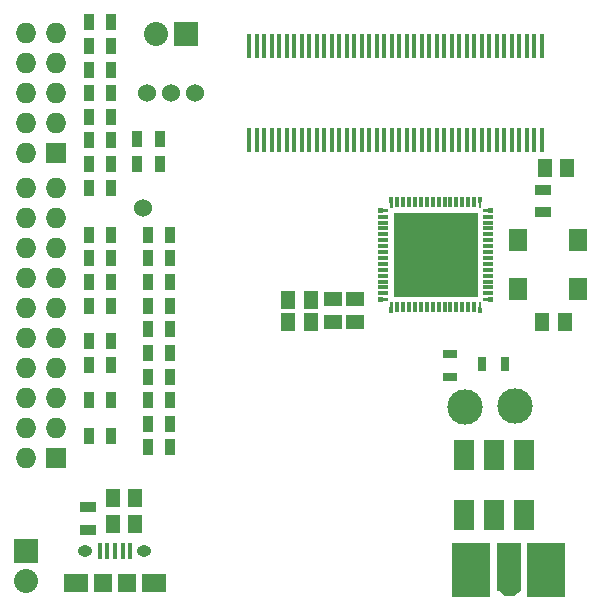
<source format=gts>
%FSLAX34Y34*%
G04 Gerber Fmt 3.4, Leading zero omitted, Abs format*
G04 (created by PCBNEW (2014-06-12 BZR 4942)-product) date Wed 18 Jun 2014 12:24:07 AM PDT*
%MOIN*%
G01*
G70*
G90*
G04 APERTURE LIST*
%ADD10C,0.003937*%
%ADD11R,0.065000X0.100000*%
%ADD12R,0.012000X0.036000*%
%ADD13R,0.036000X0.012000*%
%ADD14R,0.285000X0.285000*%
%ADD15R,0.047200X0.031500*%
%ADD16R,0.059000X0.051200*%
%ADD17R,0.051200X0.059000*%
%ADD18R,0.015748X0.078740*%
%ADD19R,0.015748X0.053150*%
%ADD20O,0.049213X0.037402*%
%ADD21R,0.059055X0.061024*%
%ADD22R,0.035000X0.055000*%
%ADD23R,0.055000X0.035000*%
%ADD24R,0.068000X0.068000*%
%ADD25O,0.068000X0.068000*%
%ADD26R,0.130000X0.180000*%
%ADD27R,0.078700X0.160300*%
%ADD28R,0.080000X0.080000*%
%ADD29O,0.080000X0.080000*%
%ADD30C,0.060000*%
%ADD31R,0.031500X0.047200*%
%ADD32R,0.061024X0.076772*%
%ADD33C,0.118100*%
G04 APERTURE END LIST*
G54D10*
G54D11*
X64488Y-30602D03*
X65488Y-30602D03*
X66488Y-30602D03*
X66488Y-28602D03*
X65488Y-28602D03*
X64488Y-28602D03*
G54D10*
G36*
X65099Y-19999D02*
X65067Y-20359D01*
X64979Y-20359D01*
X64947Y-19999D01*
X65099Y-19999D01*
X65099Y-19999D01*
G37*
G54D12*
X64823Y-20179D03*
X64623Y-20179D03*
X64433Y-20179D03*
X64233Y-20179D03*
X64033Y-20179D03*
X63843Y-20179D03*
X63643Y-20179D03*
X63443Y-20179D03*
X63243Y-20179D03*
X63053Y-20179D03*
X62853Y-20179D03*
X62653Y-20179D03*
X62463Y-20179D03*
X62263Y-20179D03*
G54D10*
G36*
X62139Y-19999D02*
X62107Y-20359D01*
X62019Y-20359D01*
X61987Y-19999D01*
X62139Y-19999D01*
X62139Y-19999D01*
G37*
G36*
X61613Y-20373D02*
X61973Y-20404D01*
X61973Y-20493D01*
X61613Y-20524D01*
X61613Y-20373D01*
X61613Y-20373D01*
G37*
G54D13*
X61793Y-20649D03*
X61793Y-20849D03*
X61793Y-21039D03*
X61793Y-21239D03*
X61793Y-21439D03*
X61793Y-21629D03*
X61793Y-21829D03*
X61793Y-22029D03*
X61793Y-22229D03*
X61793Y-22419D03*
X61793Y-22619D03*
X61793Y-22819D03*
X61793Y-23009D03*
X61793Y-23209D03*
G54D10*
G36*
X61613Y-23333D02*
X61973Y-23364D01*
X61973Y-23453D01*
X61613Y-23484D01*
X61613Y-23333D01*
X61613Y-23333D01*
G37*
G36*
X61987Y-23859D02*
X62019Y-23499D01*
X62107Y-23499D01*
X62139Y-23859D01*
X61987Y-23859D01*
X61987Y-23859D01*
G37*
G54D12*
X62263Y-23679D03*
X62463Y-23679D03*
X62653Y-23679D03*
X62853Y-23679D03*
X63053Y-23679D03*
X63243Y-23679D03*
X63443Y-23679D03*
X63643Y-23679D03*
X63843Y-23679D03*
X64033Y-23679D03*
X64233Y-23679D03*
X64433Y-23679D03*
X64623Y-23679D03*
X64823Y-23679D03*
G54D10*
G36*
X64947Y-23859D02*
X64979Y-23499D01*
X65067Y-23499D01*
X65099Y-23859D01*
X64947Y-23859D01*
X64947Y-23859D01*
G37*
G36*
X65473Y-23482D02*
X65113Y-23455D01*
X65113Y-23362D01*
X65473Y-23335D01*
X65473Y-23482D01*
X65473Y-23482D01*
G37*
G54D13*
X65293Y-23209D03*
X65293Y-23009D03*
X65293Y-22819D03*
X65293Y-22619D03*
X65293Y-22419D03*
X65293Y-22229D03*
X65293Y-22029D03*
X65293Y-21829D03*
X65293Y-21629D03*
X65293Y-21439D03*
X65293Y-21239D03*
X65293Y-21039D03*
X65293Y-20849D03*
X65293Y-20649D03*
G54D10*
G36*
X65473Y-20524D02*
X65113Y-20493D01*
X65113Y-20404D01*
X65473Y-20373D01*
X65473Y-20524D01*
X65473Y-20524D01*
G37*
G54D14*
X63543Y-21929D03*
G54D15*
X64035Y-26004D03*
X64035Y-25216D03*
G54D16*
X60866Y-24154D03*
X60866Y-23404D03*
X60118Y-24154D03*
X60118Y-23404D03*
G54D17*
X52774Y-30019D03*
X53524Y-30019D03*
X59390Y-24173D03*
X58640Y-24173D03*
X59390Y-23425D03*
X58640Y-23425D03*
X52774Y-30905D03*
X53524Y-30905D03*
G54D18*
X67079Y-14960D03*
X67079Y-18110D03*
X66829Y-14960D03*
X66829Y-18110D03*
X66579Y-14960D03*
X66579Y-18110D03*
X66329Y-14960D03*
X66329Y-18110D03*
X66079Y-14960D03*
X66079Y-18110D03*
X65829Y-14960D03*
X65829Y-18110D03*
X65579Y-14960D03*
X65579Y-18110D03*
X65329Y-14960D03*
X65329Y-18110D03*
X65079Y-14960D03*
X65079Y-18110D03*
X64829Y-14960D03*
X64829Y-18110D03*
X64579Y-14960D03*
X64579Y-18110D03*
X64329Y-14960D03*
X64329Y-18110D03*
X64079Y-14960D03*
X64079Y-18110D03*
X63829Y-14960D03*
X63829Y-18110D03*
X63579Y-14960D03*
X63579Y-18110D03*
X63329Y-14960D03*
X63329Y-18110D03*
X63079Y-14960D03*
X63079Y-18110D03*
X62829Y-14960D03*
X62829Y-18110D03*
X62579Y-14960D03*
X62579Y-18110D03*
X62329Y-14960D03*
X62329Y-18110D03*
X62079Y-14960D03*
X62079Y-18110D03*
X61829Y-14960D03*
X61829Y-18110D03*
X61579Y-14960D03*
X61579Y-18110D03*
X61329Y-14960D03*
X61329Y-18110D03*
X61079Y-14960D03*
X61079Y-18110D03*
X60829Y-14960D03*
X60829Y-18110D03*
X60579Y-14960D03*
X60579Y-18110D03*
X60329Y-14960D03*
X60329Y-18110D03*
X60079Y-14960D03*
X60079Y-18110D03*
X59829Y-14960D03*
X59829Y-18110D03*
X59579Y-14960D03*
X59579Y-18110D03*
X59329Y-14960D03*
X59329Y-18110D03*
X59079Y-14960D03*
X59079Y-18110D03*
X58829Y-14960D03*
X58829Y-18110D03*
X58579Y-14960D03*
X58579Y-18110D03*
X58329Y-14960D03*
X58329Y-18110D03*
X58079Y-14960D03*
X58079Y-18110D03*
X57829Y-14960D03*
X57829Y-18110D03*
X57579Y-14960D03*
X57579Y-18110D03*
X57329Y-14960D03*
X57329Y-18110D03*
G54D19*
X52854Y-31791D03*
X52598Y-31791D03*
X52342Y-31791D03*
X53110Y-31791D03*
X53366Y-31791D03*
G54D20*
X51870Y-31791D03*
X53838Y-31791D03*
G54D10*
G36*
X51948Y-32549D02*
X51948Y-33159D01*
X51161Y-33159D01*
X51161Y-32549D01*
X51948Y-32549D01*
X51948Y-32549D01*
G37*
G54D21*
X52460Y-32854D03*
X53248Y-32854D03*
G54D10*
G36*
X54547Y-32549D02*
X54547Y-33159D01*
X53759Y-33159D01*
X53759Y-32549D01*
X54547Y-32549D01*
X54547Y-32549D01*
G37*
G54D22*
X52737Y-18110D03*
X51987Y-18110D03*
X52737Y-18897D03*
X51987Y-18897D03*
X52737Y-15748D03*
X51987Y-15748D03*
X52737Y-17322D03*
X51987Y-17322D03*
X54351Y-18070D03*
X53601Y-18070D03*
X54351Y-18897D03*
X53601Y-18897D03*
X51987Y-14960D03*
X52737Y-14960D03*
X52737Y-16535D03*
X51987Y-16535D03*
X52737Y-14173D03*
X51987Y-14173D03*
G54D23*
X51968Y-30333D03*
X51968Y-31083D03*
G54D24*
X50893Y-18535D03*
G54D25*
X49893Y-18535D03*
X50893Y-17535D03*
X49893Y-17535D03*
X50893Y-16535D03*
X49893Y-16535D03*
X50893Y-15535D03*
X49893Y-15535D03*
X50893Y-14535D03*
X49893Y-14535D03*
G54D26*
X67230Y-32444D03*
G54D10*
G36*
X65622Y-33107D02*
X66409Y-33107D01*
X66173Y-33304D01*
X65858Y-33304D01*
X65622Y-33107D01*
X65622Y-33107D01*
G37*
G54D26*
X64738Y-32444D03*
G54D27*
X65984Y-32344D03*
G54D26*
X67230Y-32444D03*
X64738Y-32444D03*
G54D28*
X49901Y-31783D03*
G54D29*
X49901Y-32783D03*
G54D30*
X53805Y-20370D03*
G54D31*
X65866Y-25551D03*
X65078Y-25551D03*
G54D32*
X66283Y-23070D03*
X68283Y-23070D03*
X68283Y-21417D03*
X66283Y-21417D03*
G54D28*
X55224Y-14566D03*
G54D29*
X54224Y-14566D03*
G54D22*
X52737Y-27952D03*
X51987Y-27952D03*
X52737Y-26771D03*
X51987Y-26771D03*
X52737Y-25590D03*
X51987Y-25590D03*
X52737Y-24803D03*
X51987Y-24803D03*
X52737Y-23622D03*
X51987Y-23622D03*
X52737Y-22834D03*
X51987Y-22834D03*
X52737Y-22047D03*
X51987Y-22047D03*
X52737Y-21259D03*
X51987Y-21259D03*
X52737Y-19685D03*
X51987Y-19685D03*
X53955Y-28346D03*
X54705Y-28346D03*
X53955Y-27559D03*
X54705Y-27559D03*
X53955Y-26771D03*
X54705Y-26771D03*
X53955Y-25984D03*
X54705Y-25984D03*
X53955Y-25196D03*
X54705Y-25196D03*
X53955Y-24409D03*
X54705Y-24409D03*
X53955Y-23622D03*
X54705Y-23622D03*
X53955Y-22834D03*
X54705Y-22834D03*
X53955Y-22047D03*
X54705Y-22047D03*
X53955Y-21259D03*
X54705Y-21259D03*
G54D24*
X50893Y-28712D03*
G54D25*
X49893Y-28712D03*
X50893Y-27712D03*
X49893Y-27712D03*
X50893Y-26712D03*
X49893Y-26712D03*
X50893Y-25712D03*
X49893Y-25712D03*
X50893Y-24712D03*
X49893Y-24712D03*
X50893Y-23712D03*
X49893Y-23712D03*
X50893Y-22712D03*
X49893Y-22712D03*
X50893Y-21712D03*
X49893Y-21712D03*
X50893Y-20712D03*
X49893Y-20712D03*
X50893Y-19712D03*
X49893Y-19712D03*
G54D30*
X53937Y-16535D03*
X54724Y-16535D03*
X55511Y-16535D03*
G54D33*
X66181Y-26958D03*
X64537Y-26998D03*
G54D17*
X67934Y-19045D03*
X67184Y-19045D03*
X67855Y-24153D03*
X67105Y-24153D03*
G54D23*
X67135Y-20512D03*
X67135Y-19762D03*
M02*

</source>
